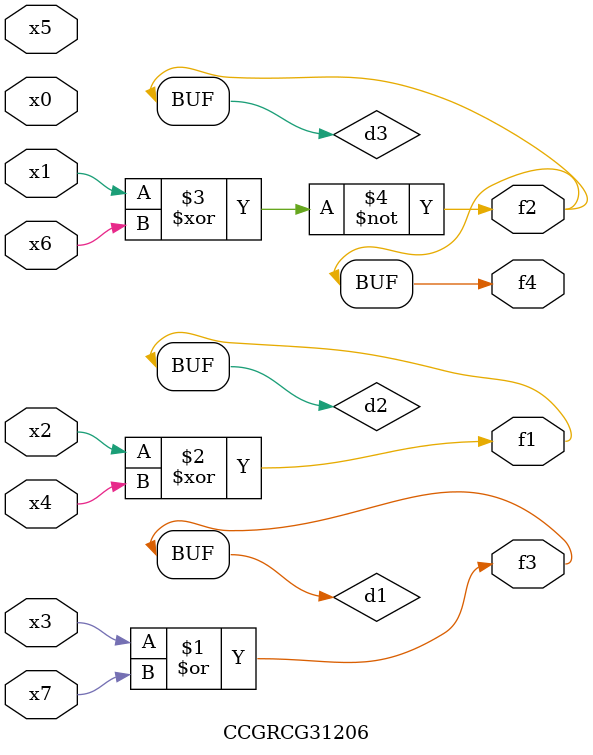
<source format=v>
module CCGRCG31206(
	input x0, x1, x2, x3, x4, x5, x6, x7,
	output f1, f2, f3, f4
);

	wire d1, d2, d3;

	or (d1, x3, x7);
	xor (d2, x2, x4);
	xnor (d3, x1, x6);
	assign f1 = d2;
	assign f2 = d3;
	assign f3 = d1;
	assign f4 = d3;
endmodule

</source>
